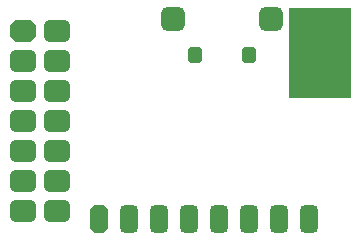
<source format=gbr>
%TF.GenerationSoftware,Altium Limited,Altium Designer,21.1.0 (24)*%
G04 Layer_Color=16711935*
%FSLAX45Y45*%
%MOMM*%
%TF.SameCoordinates,A42B3F18-A760-40AD-9EC3-E9591E309F50*%
%TF.FilePolarity,Negative*%
%TF.FileFunction,Soldermask,Bot*%
%TF.Part,Single*%
G01*
G75*
%TA.AperFunction,SMDPad,CuDef*%
G04:AMPARAMS|DCode=66|XSize=1.55mm|YSize=2.35mm|CornerRadius=0.425mm|HoleSize=0mm|Usage=FLASHONLY|Rotation=0.000|XOffset=0mm|YOffset=0mm|HoleType=Round|Shape=RoundedRectangle|*
%AMROUNDEDRECTD66*
21,1,1.55000,1.50000,0,0,0.0*
21,1,0.70000,2.35000,0,0,0.0*
1,1,0.85000,0.35000,-0.75000*
1,1,0.85000,-0.35000,-0.75000*
1,1,0.85000,-0.35000,0.75000*
1,1,0.85000,0.35000,0.75000*
%
%ADD66ROUNDEDRECTD66*%
G04:AMPARAMS|DCode=67|XSize=1.55mm|YSize=2.35mm|CornerRadius=0mm|HoleSize=0mm|Usage=FLASHONLY|Rotation=0.000|XOffset=0mm|YOffset=0mm|HoleType=Round|Shape=Octagon|*
%AMOCTAGOND67*
4,1,8,-0.38750,1.17500,0.38750,1.17500,0.77500,0.78750,0.77500,-0.78750,0.38750,-1.17500,-0.38750,-1.17500,-0.77500,-0.78750,-0.77500,0.78750,-0.38750,1.17500,0.0*
%
%ADD67OCTAGOND67*%

%TA.AperFunction,ComponentPad*%
G04:AMPARAMS|DCode=68|XSize=1.85mm|YSize=2.25mm|CornerRadius=0mm|HoleSize=0mm|Usage=FLASHONLY|Rotation=270.000|XOffset=0mm|YOffset=0mm|HoleType=Round|Shape=Octagon|*
%AMOCTAGOND68*
4,1,8,1.12500,0.46250,1.12500,-0.46250,0.66250,-0.92500,-0.66250,-0.92500,-1.12500,-0.46250,-1.12500,0.46250,-0.66250,0.92500,0.66250,0.92500,1.12500,0.46250,0.0*
%
%ADD68OCTAGOND68*%

G04:AMPARAMS|DCode=69|XSize=1.85mm|YSize=2.25mm|CornerRadius=0.5mm|HoleSize=0mm|Usage=FLASHONLY|Rotation=270.000|XOffset=0mm|YOffset=0mm|HoleType=Round|Shape=RoundedRectangle|*
%AMROUNDEDRECTD69*
21,1,1.85000,1.25001,0,0,270.0*
21,1,0.85000,2.25000,0,0,270.0*
1,1,1.00000,-0.62500,-0.42500*
1,1,1.00000,-0.62500,0.42500*
1,1,1.00000,0.62500,0.42500*
1,1,1.00000,0.62500,-0.42500*
%
%ADD69ROUNDEDRECTD69*%
G04:AMPARAMS|DCode=70|XSize=1.25mm|YSize=1.35mm|CornerRadius=0.35mm|HoleSize=0mm|Usage=FLASHONLY|Rotation=180.000|XOffset=0mm|YOffset=0mm|HoleType=Round|Shape=RoundedRectangle|*
%AMROUNDEDRECTD70*
21,1,1.25000,0.65000,0,0,180.0*
21,1,0.55000,1.35000,0,0,180.0*
1,1,0.70000,-0.27500,0.32500*
1,1,0.70000,0.27500,0.32500*
1,1,0.70000,0.27500,-0.32500*
1,1,0.70000,-0.27500,-0.32500*
%
%ADD70ROUNDEDRECTD70*%
G04:AMPARAMS|DCode=71|XSize=2.05mm|YSize=2.05mm|CornerRadius=0.55mm|HoleSize=0mm|Usage=FLASHONLY|Rotation=180.000|XOffset=0mm|YOffset=0mm|HoleType=Round|Shape=RoundedRectangle|*
%AMROUNDEDRECTD71*
21,1,2.05000,0.95000,0,0,180.0*
21,1,0.95000,2.05000,0,0,180.0*
1,1,1.10000,-0.47500,0.47500*
1,1,1.10000,0.47500,0.47500*
1,1,1.10000,0.47500,-0.47500*
1,1,1.10000,-0.47500,-0.47500*
%
%ADD71ROUNDEDRECTD71*%
G36*
X2956752Y1955814D02*
X2956752Y1195285D01*
X2429999Y1195286D01*
X2430000Y1955814D01*
X2956752Y1955814D01*
D02*
G37*
D66*
X1588000Y170000D02*
D03*
X2604000D02*
D03*
X1842000D02*
D03*
X2096000D02*
D03*
X1080000D02*
D03*
X2350000D02*
D03*
X1334000D02*
D03*
D67*
X826000D02*
D03*
D68*
X180000Y1760000D02*
D03*
D69*
Y1506000D02*
D03*
Y1252000D02*
D03*
Y998000D02*
D03*
Y744000D02*
D03*
Y490000D02*
D03*
Y236000D02*
D03*
X474000Y1760000D02*
D03*
Y1506000D02*
D03*
Y1252000D02*
D03*
Y998000D02*
D03*
Y744000D02*
D03*
Y490000D02*
D03*
Y236000D02*
D03*
D70*
X1637500Y1560000D02*
D03*
X2097500D02*
D03*
D71*
X1450000Y1860000D02*
D03*
X2285000D02*
D03*
%TF.MD5,57b7d365aacf067ed32faa1340573ef3*%
M02*

</source>
